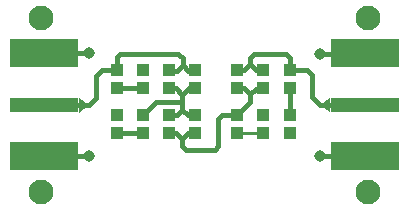
<source format=gtl>
G04*
G04 #@! TF.GenerationSoftware,Altium Limited,CircuitMaker,2.2.1 (2.2.1.6)*
G04*
G04 Layer_Physical_Order=1*
G04 Layer_Color=25308*
%FSLAX24Y24*%
%MOIN*%
G70*
G04*
G04 #@! TF.SameCoordinates,C416919A-7BC1-40E4-93D4-03DBD26D3EB5*
G04*
G04*
G04 #@! TF.FilePolarity,Positive*
G04*
G01*
G75*
%ADD12R,0.0394X0.0413*%
%ADD13R,0.2299X0.0951*%
%ADD14R,0.2299X0.0472*%
%ADD21C,0.0160*%
%ADD22C,0.0100*%
%ADD23C,0.0181*%
%ADD24C,0.0827*%
%ADD25C,0.0382*%
%ADD26C,0.0200*%
G36*
X2409Y2508D02*
X2748Y2273D01*
X2409Y2036D01*
Y2039D01*
Y2508D01*
D02*
G37*
G36*
X10791Y2534D02*
X10453Y2298D01*
X10791Y2061D01*
Y2064D01*
Y2534D01*
D02*
G37*
D12*
X7690Y1940D02*
D03*
Y1349D02*
D03*
X9450Y1945D02*
D03*
Y1355D02*
D03*
X6300Y3439D02*
D03*
Y2848D02*
D03*
X8560Y1349D02*
D03*
Y1940D02*
D03*
X7686Y2855D02*
D03*
Y3445D02*
D03*
X8561Y2850D02*
D03*
Y3441D02*
D03*
X9450Y2855D02*
D03*
Y3445D02*
D03*
X5425Y3439D02*
D03*
Y2848D02*
D03*
X4550Y2855D02*
D03*
Y3445D02*
D03*
X3675D02*
D03*
Y2855D02*
D03*
X4550Y1945D02*
D03*
Y1355D02*
D03*
X5430Y1945D02*
D03*
Y1355D02*
D03*
X6300Y1939D02*
D03*
Y1348D02*
D03*
X3672Y1351D02*
D03*
Y1941D02*
D03*
D13*
X1260Y4023D02*
D03*
Y577D02*
D03*
X11940Y4020D02*
D03*
Y575D02*
D03*
D14*
X1260Y2273D02*
D03*
X11940Y2298D02*
D03*
D21*
X7060Y910D02*
Y1820D01*
X6950Y800D02*
X7060Y910D01*
Y1820D02*
X7180Y1940D01*
X5863Y2377D02*
Y2630D01*
Y2125D02*
Y2377D01*
X4550Y1945D02*
X4982Y2377D01*
X5863D01*
X10200Y2550D02*
X10452Y2298D01*
X10200Y2550D02*
Y3275D01*
X10452Y2298D02*
X11940D01*
X9310Y3990D02*
X9450Y3850D01*
X8240Y3990D02*
X9310D01*
X9450Y3445D02*
Y3850D01*
X5436Y1939D02*
X5676D01*
X10005Y3470D02*
X10200Y3275D01*
X9525Y3470D02*
X10005D01*
X9450Y1945D02*
Y2855D01*
X8120Y3870D02*
X8240Y3990D01*
X8120Y3640D02*
Y3870D01*
Y3640D02*
X8319Y3441D01*
X7925Y3445D02*
X8120Y3640D01*
X7686Y3445D02*
X7925D01*
X8319Y3441D02*
X8561D01*
X7690Y1940D02*
X8130Y2380D01*
Y2640D01*
X8316Y2826D02*
X8537D01*
X7915Y2855D02*
X8130Y2640D01*
X7686Y2855D02*
X7915D01*
X8130Y2640D02*
X8316Y2826D01*
X7180Y1940D02*
X7690D01*
X5980Y800D02*
X6950D01*
X5860Y920D02*
X5980Y800D01*
X5860Y920D02*
Y1160D01*
X6046Y1346D02*
X6298D01*
X5665Y1355D02*
X5860Y1160D01*
X5430Y1355D02*
X5665D01*
X5860Y1160D02*
X6046Y1346D01*
X5676Y1939D02*
X5863Y2125D01*
X6049Y1939D01*
X5863Y2630D02*
X6081Y2848D01*
X6300D01*
X5644D02*
X5863Y2630D01*
X5425Y2848D02*
X5644D01*
X5725Y4000D02*
X5870Y3855D01*
Y3620D02*
Y3855D01*
X6056Y3434D02*
X6295D01*
X5870Y3620D02*
X6056Y3434D01*
X5684D02*
X5870Y3620D01*
X5430Y3434D02*
X5684D01*
X6049Y1939D02*
X6300D01*
X3800Y4000D02*
X5725D01*
X3675Y3875D02*
X3800Y4000D01*
X3675Y3445D02*
Y3875D01*
X3672Y1351D02*
X4546D01*
X3195Y3445D02*
X3675D01*
X3000Y3250D02*
X3195Y3445D01*
X3000Y2525D02*
Y3250D01*
X2748Y2273D02*
X3000Y2525D01*
X1260Y2273D02*
X2748D01*
X3640Y2865D02*
X4375D01*
D22*
X5429Y1945D02*
X5436Y1939D01*
X8560Y1349D02*
X8560Y1349D01*
X7690Y1349D02*
X8560D01*
X8537Y2826D02*
X8561Y2850D01*
X6298Y1346D02*
X6300Y1348D01*
X6295Y3434D02*
X6300Y3439D01*
X5425D02*
X5430Y3434D01*
X4546Y1351D02*
X4550Y1355D01*
X9450Y3445D02*
X9450Y3445D01*
X8560Y1349D02*
X8560Y1349D01*
X3585Y2865D02*
X3640D01*
Y2820D02*
X3645Y2825D01*
X1260Y577D02*
Y578D01*
Y577D02*
Y578D01*
X1290Y3983D02*
Y3983D01*
Y3983D02*
Y3983D01*
Y4003D01*
X1260Y578D02*
Y597D01*
X11940Y4000D02*
Y4020D01*
X11910Y595D02*
Y615D01*
Y615D01*
Y615D02*
Y615D01*
X11940Y4020D02*
Y4020D01*
Y4020D02*
Y4020D01*
D23*
X1260Y597D02*
X2764D01*
X1260Y4022D02*
X2764D01*
X10436Y575D02*
X11940D01*
X10436Y4000D02*
X11940D01*
D24*
X12050Y-600D02*
D03*
Y5200D02*
D03*
X1150Y-600D02*
D03*
Y5200D02*
D03*
D25*
X2764Y597D02*
D03*
X2764Y4022D02*
D03*
X10436Y575D02*
D03*
X10436Y4000D02*
D03*
D26*
X9450Y1355D02*
D03*
X8560Y1940D02*
D03*
X3672Y1941D02*
D03*
X4550Y3445D02*
D03*
M02*

</source>
